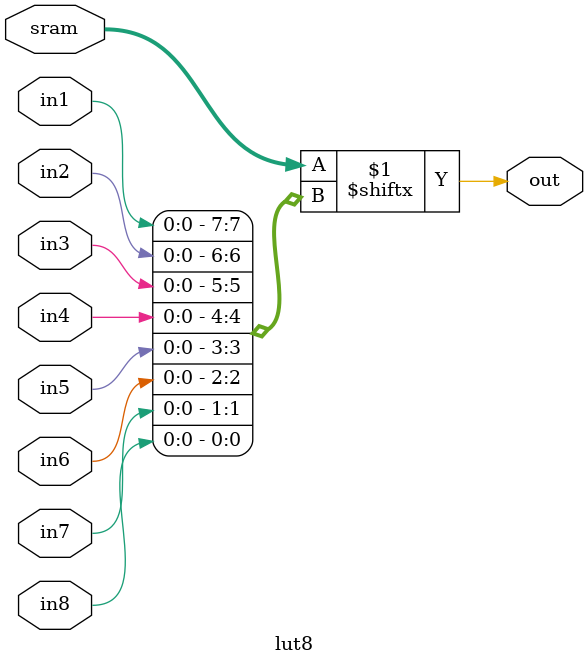
<source format=sv>
module lut8 (
    input  in1, in2, in3, in4, in5, in6, in7, in8,
    input  [255:0] sram,
    output out
);
    assign out = sram[{in1,in2,in3,in4,in5,in6,in7,in8}];
endmodule
</source>
